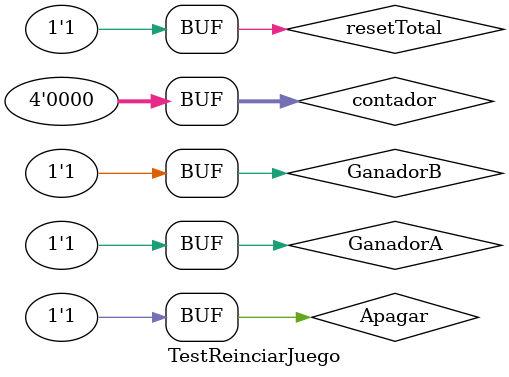
<source format=v>
`timescale 1ns / 1ps


module TestReinciarJuego;

	// Inputs
	reg resetTotal;
	reg GanadorA;
	reg GanadorB;
	reg Apagar;
	reg [3:0]contador; 

	// Outputs
	wire resetContador;

	// Instantiate the Unit Under Test (UUT)
	ResetJuego uut (
		.resetTotal(resetTotal), 
		.GanadorA(GanadorA), 
		.GanadorB(GanadorB), 
		.Apagar(Apagar), 
		.resetContador(resetContador)
	);

	initial begin
		// Initialize Inputs
		resetTotal = 0;
		GanadorA = 0;
		GanadorB = 0;
		Apagar = 0;

		#100;
		
		for(contador=0;contador<32;contador=contador+1)begin
		
		resetTotal = contador[3];
		GanadorA = contador[2];
		GanadorB = contador[1];
		Apagar = contador[0];
		
		#100;
		
		end
        
	end
      
endmodule


</source>
